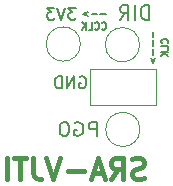
<source format=gbr>
G04 #@! TF.GenerationSoftware,KiCad,Pcbnew,5.1.5+dfsg1-2build2*
G04 #@! TF.CreationDate,2021-08-24T21:55:17+05:30*
G04 #@! TF.ProjectId,AS5600-Encoder-PCB,41533536-3030-42d4-956e-636f6465722d,rev?*
G04 #@! TF.SameCoordinates,Original*
G04 #@! TF.FileFunction,Legend,Bot*
G04 #@! TF.FilePolarity,Positive*
%FSLAX46Y46*%
G04 Gerber Fmt 4.6, Leading zero omitted, Abs format (unit mm)*
G04 Created by KiCad (PCBNEW 5.1.5+dfsg1-2build2) date 2021-08-24 21:55:17*
%MOMM*%
%LPD*%
G04 APERTURE LIST*
%ADD10C,0.450000*%
%ADD11C,0.150000*%
%ADD12C,0.120000*%
%ADD13C,0.200000*%
G04 APERTURE END LIST*
D10*
X206696528Y-162704371D02*
X206439385Y-162790085D01*
X206010814Y-162790085D01*
X205839385Y-162704371D01*
X205753671Y-162618657D01*
X205667957Y-162447228D01*
X205667957Y-162275800D01*
X205753671Y-162104371D01*
X205839385Y-162018657D01*
X206010814Y-161932942D01*
X206353671Y-161847228D01*
X206525100Y-161761514D01*
X206610814Y-161675800D01*
X206696528Y-161504371D01*
X206696528Y-161332942D01*
X206610814Y-161161514D01*
X206525100Y-161075800D01*
X206353671Y-160990085D01*
X205925100Y-160990085D01*
X205667957Y-161075800D01*
X203867957Y-162790085D02*
X204467957Y-161932942D01*
X204896528Y-162790085D02*
X204896528Y-160990085D01*
X204210814Y-160990085D01*
X204039385Y-161075800D01*
X203953671Y-161161514D01*
X203867957Y-161332942D01*
X203867957Y-161590085D01*
X203953671Y-161761514D01*
X204039385Y-161847228D01*
X204210814Y-161932942D01*
X204896528Y-161932942D01*
X203182242Y-162275800D02*
X202325100Y-162275800D01*
X203353671Y-162790085D02*
X202753671Y-160990085D01*
X202153671Y-162790085D01*
X201553671Y-162104371D02*
X200182242Y-162104371D01*
X199582242Y-160990085D02*
X198982242Y-162790085D01*
X198382242Y-160990085D01*
X197267957Y-160990085D02*
X197267957Y-162275800D01*
X197353671Y-162532942D01*
X197525100Y-162704371D01*
X197782242Y-162790085D01*
X197953671Y-162790085D01*
X196667957Y-160990085D02*
X195639385Y-160990085D01*
X196153671Y-162790085D02*
X196153671Y-160990085D01*
X195039385Y-162790085D02*
X195039385Y-160990085D01*
D11*
X207442257Y-150328162D02*
X207442257Y-150785305D01*
X207442257Y-151071020D02*
X207442257Y-151528162D01*
X207442257Y-151813877D02*
X207442257Y-152271020D01*
X207270828Y-152556734D02*
X207442257Y-153013877D01*
X207613685Y-152556734D01*
X208663685Y-151313877D02*
X208692257Y-151285305D01*
X208720828Y-151199591D01*
X208720828Y-151142448D01*
X208692257Y-151056734D01*
X208635114Y-150999591D01*
X208577971Y-150971020D01*
X208463685Y-150942448D01*
X208377971Y-150942448D01*
X208263685Y-150971020D01*
X208206542Y-150999591D01*
X208149400Y-151056734D01*
X208120828Y-151142448D01*
X208120828Y-151199591D01*
X208149400Y-151285305D01*
X208177971Y-151313877D01*
X208720828Y-151856734D02*
X208720828Y-151571020D01*
X208120828Y-151571020D01*
X208720828Y-152056734D02*
X208120828Y-152056734D01*
X208720828Y-152399591D02*
X208377971Y-152142448D01*
X208120828Y-152399591D02*
X208463685Y-152056734D01*
X203422128Y-148862237D02*
X202964985Y-148862237D01*
X202679271Y-148862237D02*
X202222128Y-148862237D01*
X201936414Y-148690808D02*
X201479271Y-148862237D01*
X201936414Y-149033665D01*
X203107842Y-150083665D02*
X203136414Y-150112237D01*
X203222128Y-150140808D01*
X203279271Y-150140808D01*
X203364985Y-150112237D01*
X203422128Y-150055094D01*
X203450700Y-149997951D01*
X203479271Y-149883665D01*
X203479271Y-149797951D01*
X203450700Y-149683665D01*
X203422128Y-149626522D01*
X203364985Y-149569380D01*
X203279271Y-149540808D01*
X203222128Y-149540808D01*
X203136414Y-149569380D01*
X203107842Y-149597951D01*
X202507842Y-150083665D02*
X202536414Y-150112237D01*
X202622128Y-150140808D01*
X202679271Y-150140808D01*
X202764985Y-150112237D01*
X202822128Y-150055094D01*
X202850700Y-149997951D01*
X202879271Y-149883665D01*
X202879271Y-149797951D01*
X202850700Y-149683665D01*
X202822128Y-149626522D01*
X202764985Y-149569380D01*
X202679271Y-149540808D01*
X202622128Y-149540808D01*
X202536414Y-149569380D01*
X202507842Y-149597951D01*
X201964985Y-150140808D02*
X202250700Y-150140808D01*
X202250700Y-149540808D01*
X201764985Y-150140808D02*
X201764985Y-149540808D01*
X201422128Y-150140808D02*
X201679271Y-149797951D01*
X201422128Y-149540808D02*
X201764985Y-149883665D01*
D12*
X207704000Y-156564000D02*
X207704000Y-153516000D01*
X207704000Y-153516000D02*
X202116000Y-153516000D01*
X202116000Y-153516000D02*
X202116000Y-156564000D01*
X202116000Y-156564000D02*
X207704000Y-156564000D01*
X206280000Y-151430000D02*
G75*
G03X206280000Y-151430000I-1450000J0D01*
G01*
X201270000Y-151370000D02*
G75*
G03X201270000Y-151370000I-1450000J0D01*
G01*
X206310000Y-158600000D02*
G75*
G03X206310000Y-158600000I-1450000J0D01*
G01*
D11*
X201195844Y-154160600D02*
X201291082Y-154112980D01*
X201433940Y-154112980D01*
X201576797Y-154160600D01*
X201672035Y-154255838D01*
X201719654Y-154351076D01*
X201767273Y-154541552D01*
X201767273Y-154684409D01*
X201719654Y-154874885D01*
X201672035Y-154970123D01*
X201576797Y-155065361D01*
X201433940Y-155112980D01*
X201338701Y-155112980D01*
X201195844Y-155065361D01*
X201148225Y-155017742D01*
X201148225Y-154684409D01*
X201338701Y-154684409D01*
X200719654Y-155112980D02*
X200719654Y-154112980D01*
X200148225Y-155112980D01*
X200148225Y-154112980D01*
X199672035Y-155112980D02*
X199672035Y-154112980D01*
X199433940Y-154112980D01*
X199291082Y-154160600D01*
X199195844Y-154255838D01*
X199148225Y-154351076D01*
X199100606Y-154541552D01*
X199100606Y-154684409D01*
X199148225Y-154874885D01*
X199195844Y-154970123D01*
X199291082Y-155065361D01*
X199433940Y-155112980D01*
X199672035Y-155112980D01*
D13*
X207069540Y-149303037D02*
X207069540Y-148103037D01*
X206783825Y-148103037D01*
X206612397Y-148160180D01*
X206498111Y-148274465D01*
X206440968Y-148388751D01*
X206383825Y-148617322D01*
X206383825Y-148788751D01*
X206440968Y-149017322D01*
X206498111Y-149131608D01*
X206612397Y-149245894D01*
X206783825Y-149303037D01*
X207069540Y-149303037D01*
X205869540Y-149303037D02*
X205869540Y-148103037D01*
X204612397Y-149303037D02*
X205012397Y-148731608D01*
X205298111Y-149303037D02*
X205298111Y-148103037D01*
X204840968Y-148103037D01*
X204726682Y-148160180D01*
X204669540Y-148217322D01*
X204612397Y-148331608D01*
X204612397Y-148503037D01*
X204669540Y-148617322D01*
X204726682Y-148674465D01*
X204840968Y-148731608D01*
X205298111Y-148731608D01*
D11*
X200882095Y-148304000D02*
X200263047Y-148304000D01*
X200596380Y-148684953D01*
X200453523Y-148684953D01*
X200358285Y-148732572D01*
X200310666Y-148780191D01*
X200263047Y-148875429D01*
X200263047Y-149113524D01*
X200310666Y-149208762D01*
X200358285Y-149256381D01*
X200453523Y-149304000D01*
X200739238Y-149304000D01*
X200834476Y-149256381D01*
X200882095Y-149208762D01*
X199977333Y-148304000D02*
X199644000Y-149304000D01*
X199310666Y-148304000D01*
X199072571Y-148304000D02*
X198453523Y-148304000D01*
X198786857Y-148684953D01*
X198644000Y-148684953D01*
X198548761Y-148732572D01*
X198501142Y-148780191D01*
X198453523Y-148875429D01*
X198453523Y-149113524D01*
X198501142Y-149208762D01*
X198548761Y-149256381D01*
X198644000Y-149304000D01*
X198929714Y-149304000D01*
X199024952Y-149256381D01*
X199072571Y-149208762D01*
D13*
X202649897Y-159158237D02*
X202649897Y-157958237D01*
X202192754Y-157958237D01*
X202078468Y-158015380D01*
X202021325Y-158072522D01*
X201964182Y-158186808D01*
X201964182Y-158358237D01*
X202021325Y-158472522D01*
X202078468Y-158529665D01*
X202192754Y-158586808D01*
X202649897Y-158586808D01*
X200821325Y-158015380D02*
X200935611Y-157958237D01*
X201107040Y-157958237D01*
X201278468Y-158015380D01*
X201392754Y-158129665D01*
X201449897Y-158243951D01*
X201507040Y-158472522D01*
X201507040Y-158643951D01*
X201449897Y-158872522D01*
X201392754Y-158986808D01*
X201278468Y-159101094D01*
X201107040Y-159158237D01*
X200992754Y-159158237D01*
X200821325Y-159101094D01*
X200764182Y-159043951D01*
X200764182Y-158643951D01*
X200992754Y-158643951D01*
X200021325Y-157958237D02*
X199792754Y-157958237D01*
X199678468Y-158015380D01*
X199564182Y-158129665D01*
X199507040Y-158358237D01*
X199507040Y-158758237D01*
X199564182Y-158986808D01*
X199678468Y-159101094D01*
X199792754Y-159158237D01*
X200021325Y-159158237D01*
X200135611Y-159101094D01*
X200249897Y-158986808D01*
X200307040Y-158758237D01*
X200307040Y-158358237D01*
X200249897Y-158129665D01*
X200135611Y-158015380D01*
X200021325Y-157958237D01*
M02*

</source>
